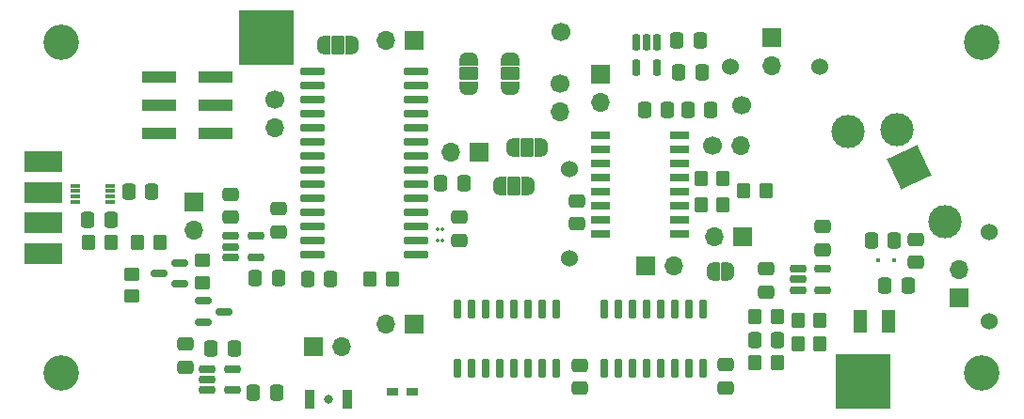
<source format=gts>
%TF.GenerationSoftware,KiCad,Pcbnew,(6.0.4-0)*%
%TF.CreationDate,2022-05-03T21:37:01-04:00*%
%TF.ProjectId,NanoFox80,4e616e6f-466f-4783-9830-2e6b69636164,rev?*%
%TF.SameCoordinates,Original*%
%TF.FileFunction,Soldermask,Top*%
%TF.FilePolarity,Negative*%
%FSLAX46Y46*%
G04 Gerber Fmt 4.6, Leading zero omitted, Abs format (unit mm)*
G04 Created by KiCad (PCBNEW (6.0.4-0)) date 2022-05-03 21:37:01*
%MOMM*%
%LPD*%
G01*
G04 APERTURE LIST*
G04 Aperture macros list*
%AMRoundRect*
0 Rectangle with rounded corners*
0 $1 Rounding radius*
0 $2 $3 $4 $5 $6 $7 $8 $9 X,Y pos of 4 corners*
0 Add a 4 corners polygon primitive as box body*
4,1,4,$2,$3,$4,$5,$6,$7,$8,$9,$2,$3,0*
0 Add four circle primitives for the rounded corners*
1,1,$1+$1,$2,$3*
1,1,$1+$1,$4,$5*
1,1,$1+$1,$6,$7*
1,1,$1+$1,$8,$9*
0 Add four rect primitives between the rounded corners*
20,1,$1+$1,$2,$3,$4,$5,0*
20,1,$1+$1,$4,$5,$6,$7,0*
20,1,$1+$1,$6,$7,$8,$9,0*
20,1,$1+$1,$8,$9,$2,$3,0*%
%AMRotRect*
0 Rectangle, with rotation*
0 The origin of the aperture is its center*
0 $1 length*
0 $2 width*
0 $3 Rotation angle, in degrees counterclockwise*
0 Add horizontal line*
21,1,$1,$2,0,0,$3*%
%AMFreePoly0*
4,1,37,0.599497,0.799497,0.620000,0.750000,0.620000,-0.750000,0.599497,-0.799497,0.550000,-0.820000,0.000000,-0.820000,-0.012517,-0.814815,-0.081224,-0.813556,-0.100815,-0.810383,-0.236130,-0.768108,-0.254045,-0.759563,-0.372055,-0.681008,-0.386850,-0.667780,-0.478070,-0.559261,-0.488558,-0.542411,-0.545653,-0.412652,-0.550990,-0.393536,-0.568573,-0.259076,-0.566360,-0.258787,-0.570000,-0.250000,
-0.570000,0.250000,-0.569316,0.251652,-0.569130,0.266879,-0.547319,0.406956,-0.541516,0.425935,-0.481268,0.554260,-0.470371,0.570849,-0.376527,0.677107,-0.361413,0.689970,-0.241518,0.765618,-0.223401,0.773722,-0.087094,0.812679,-0.067430,0.815373,-0.011989,0.815034,0.000000,0.820000,0.550000,0.820000,0.599497,0.799497,0.599497,0.799497,$1*%
%AMFreePoly1*
4,1,37,0.012348,0.814885,0.074332,0.814507,0.093962,0.811573,0.229783,0.770954,0.247799,0.762629,0.366761,0.685522,0.381718,0.672475,0.474256,0.565078,0.484948,0.548358,0.543625,0.419306,0.549196,0.400256,0.569293,0.259923,0.570000,0.250000,0.570000,-0.250000,0.569995,-0.250854,0.569846,-0.263070,0.568881,-0.273830,0.545361,-0.413631,0.539327,-0.432538,0.477515,-0.560117,
0.466416,-0.576571,0.371281,-0.681675,0.356011,-0.694353,0.235201,-0.768530,0.216986,-0.776412,0.080213,-0.813701,0.060518,-0.816154,0.011456,-0.815255,0.000000,-0.820000,-0.550000,-0.820000,-0.599497,-0.799497,-0.620000,-0.750000,-0.620000,0.750000,-0.599497,0.799497,-0.550000,0.820000,0.000000,0.820000,0.012348,0.814885,0.012348,0.814885,$1*%
%AMFreePoly2*
4,1,37,0.549497,0.799497,0.570000,0.750000,0.570000,-0.750000,0.549497,-0.799497,0.500000,-0.820000,0.000000,-0.820000,-0.012517,-0.814815,-0.081224,-0.813556,-0.100815,-0.810383,-0.236130,-0.768108,-0.254045,-0.759563,-0.372055,-0.681008,-0.386850,-0.667780,-0.478070,-0.559261,-0.488558,-0.542411,-0.545653,-0.412652,-0.550990,-0.393536,-0.568573,-0.259076,-0.566360,-0.258787,-0.570000,-0.250000,
-0.570000,0.250000,-0.569316,0.251652,-0.569130,0.266879,-0.547319,0.406956,-0.541516,0.425935,-0.481268,0.554260,-0.470371,0.570849,-0.376527,0.677107,-0.361413,0.689970,-0.241518,0.765618,-0.223401,0.773722,-0.087094,0.812679,-0.067430,0.815373,-0.011989,0.815034,0.000000,0.820000,0.500000,0.820000,0.549497,0.799497,0.549497,0.799497,$1*%
%AMFreePoly3*
4,1,37,0.012348,0.814885,0.074332,0.814507,0.093962,0.811573,0.229783,0.770954,0.247799,0.762629,0.366761,0.685522,0.381718,0.672475,0.474256,0.565078,0.484948,0.548358,0.543625,0.419306,0.549196,0.400256,0.569293,0.259923,0.570000,0.250000,0.570000,-0.250000,0.569995,-0.250854,0.569846,-0.263070,0.568881,-0.273830,0.545361,-0.413631,0.539327,-0.432538,0.477515,-0.560117,
0.466416,-0.576571,0.371281,-0.681675,0.356011,-0.694353,0.235201,-0.768530,0.216986,-0.776412,0.080213,-0.813701,0.060518,-0.816154,0.011456,-0.815255,0.000000,-0.820000,-0.500000,-0.820000,-0.549497,-0.799497,-0.570000,-0.750000,-0.570000,0.750000,-0.549497,0.799497,-0.500000,0.820000,0.000000,0.820000,0.012348,0.814885,0.012348,0.814885,$1*%
G04 Aperture macros list end*
%ADD10RoundRect,0.150000X0.587500X0.150000X-0.587500X0.150000X-0.587500X-0.150000X0.587500X-0.150000X0*%
%ADD11RoundRect,0.220000X-0.500000X-0.150000X0.500000X-0.150000X0.500000X0.150000X-0.500000X0.150000X0*%
%ADD12FreePoly0,0.000000*%
%ADD13RoundRect,0.070000X-0.500000X-0.750000X0.500000X-0.750000X0.500000X0.750000X-0.500000X0.750000X0*%
%ADD14FreePoly1,0.000000*%
%ADD15C,1.700000*%
%ADD16O,1.700000X1.700000*%
%ADD17RoundRect,0.250000X0.475000X-0.337500X0.475000X0.337500X-0.475000X0.337500X-0.475000X-0.337500X0*%
%ADD18FreePoly0,90.000000*%
%ADD19RoundRect,0.070000X0.750000X-0.500000X0.750000X0.500000X-0.750000X0.500000X-0.750000X-0.500000X0*%
%ADD20FreePoly1,90.000000*%
%ADD21RoundRect,0.250000X-0.475000X0.337500X-0.475000X-0.337500X0.475000X-0.337500X0.475000X0.337500X0*%
%ADD22RoundRect,0.220000X-0.150000X0.512500X-0.150000X-0.512500X0.150000X-0.512500X0.150000X0.512500X0*%
%ADD23RoundRect,0.220000X-0.512500X-0.150000X0.512500X-0.150000X0.512500X0.150000X-0.512500X0.150000X0*%
%ADD24R,1.700000X1.700000*%
%ADD25RoundRect,0.250000X0.450000X-0.350000X0.450000X0.350000X-0.450000X0.350000X-0.450000X-0.350000X0*%
%ADD26RoundRect,0.250000X-0.337500X-0.475000X0.337500X-0.475000X0.337500X0.475000X-0.337500X0.475000X0*%
%ADD27FreePoly0,270.000000*%
%ADD28RoundRect,0.070000X-0.750000X0.500000X-0.750000X-0.500000X0.750000X-0.500000X0.750000X0.500000X0*%
%ADD29FreePoly1,270.000000*%
%ADD30R,5.000000X5.000000*%
%ADD31RoundRect,0.250000X0.350000X0.450000X-0.350000X0.450000X-0.350000X-0.450000X0.350000X-0.450000X0*%
%ADD32C,1.524000*%
%ADD33C,0.600000*%
%ADD34R,1.250000X2.000000*%
%ADD35FreePoly2,0.000000*%
%ADD36FreePoly3,0.000000*%
%ADD37C,0.800000*%
%ADD38R,0.900000X1.700000*%
%ADD39RoundRect,0.220000X-0.875000X-0.150000X0.875000X-0.150000X0.875000X0.150000X-0.875000X0.150000X0*%
%ADD40RoundRect,0.220000X-0.150000X0.625000X-0.150000X-0.625000X0.150000X-0.625000X0.150000X0.625000X0*%
%ADD41RoundRect,0.250000X0.337500X0.475000X-0.337500X0.475000X-0.337500X-0.475000X0.337500X-0.475000X0*%
%ADD42RoundRect,0.250000X-0.350000X-0.450000X0.350000X-0.450000X0.350000X0.450000X-0.350000X0.450000X0*%
%ADD43C,3.200000*%
%ADD44R,0.350000X0.350000*%
%ADD45RoundRect,0.070000X0.375000X0.125000X-0.375000X0.125000X-0.375000X-0.125000X0.375000X-0.125000X0*%
%ADD46RoundRect,0.150000X-0.587500X-0.150000X0.587500X-0.150000X0.587500X0.150000X-0.587500X0.150000X0*%
%ADD47R,1.000000X0.800000*%
%ADD48C,0.350000*%
%ADD49RoundRect,0.070000X-0.750000X-0.300000X0.750000X-0.300000X0.750000X0.300000X-0.750000X0.300000X0*%
%ADD50R,3.150000X1.000000*%
%ADD51C,3.000000*%
%ADD52RotRect,3.000000X3.000000X25.000000*%
%ADD53R,3.480000X1.846667*%
G04 APERTURE END LIST*
D10*
%TO.C,Q101*%
X94217500Y-81390000D03*
X94217500Y-79490000D03*
X92342500Y-80440000D03*
%TD*%
D11*
%TO.C,U103*%
X152098000Y-80020000D03*
X152098000Y-81920000D03*
X149897000Y-81920000D03*
X149897000Y-80970000D03*
X149897000Y-80020000D03*
%TD*%
D12*
%TO.C,JP102*%
X123000000Y-72580000D03*
D13*
X124300000Y-72580000D03*
D14*
X125600000Y-72580000D03*
%TD*%
D15*
%TO.C,J107*%
X142170000Y-68880000D03*
D16*
X144710000Y-68880000D03*
%TD*%
D17*
%TO.C,C116*%
X130260000Y-90787500D03*
X130260000Y-88712500D03*
%TD*%
D18*
%TO.C,JP105*%
X123920000Y-63730000D03*
D19*
X123920000Y-62430000D03*
D20*
X123920000Y-61130000D03*
%TD*%
D21*
%TO.C,C103*%
X98830000Y-73272500D03*
X98830000Y-75347500D03*
%TD*%
%TO.C,C114*%
X129970000Y-73872500D03*
X129970000Y-75947500D03*
%TD*%
D22*
%TO.C,U101*%
X137160000Y-59632500D03*
X136210000Y-59632500D03*
X135260000Y-59632500D03*
X135260000Y-61907500D03*
X137160000Y-61907500D03*
%TD*%
D23*
%TO.C,U108*%
X96722500Y-89030000D03*
X96722500Y-89980000D03*
X96722500Y-90930000D03*
X98997500Y-90930000D03*
X98997500Y-89030000D03*
%TD*%
D24*
%TO.C,J109*%
X115300000Y-59435000D03*
D16*
X112760000Y-59435000D03*
%TD*%
D25*
%TO.C,R109*%
X96290000Y-81250000D03*
X96290000Y-79250000D03*
%TD*%
D26*
%TO.C,C122*%
X89642500Y-73040000D03*
X91717500Y-73040000D03*
%TD*%
D27*
%TO.C,JP104*%
X120190000Y-61130000D03*
D28*
X120190000Y-62430000D03*
D29*
X120190000Y-63730000D03*
%TD*%
D30*
%TO.C,W308*%
X102020000Y-59187500D03*
%TD*%
D24*
%TO.C,BT101*%
X95510000Y-74030000D03*
D16*
X95510000Y-76570000D03*
%TD*%
D12*
%TO.C,JP103*%
X124180000Y-69110000D03*
D13*
X125480000Y-69110000D03*
D14*
X126780000Y-69110000D03*
%TD*%
D31*
%TO.C,R104*%
X143110000Y-71890000D03*
X141110000Y-71890000D03*
%TD*%
D32*
%TO.C,W103*%
X129320000Y-71060000D03*
D33*
X129320000Y-71060000D03*
X129320000Y-79060000D03*
D32*
X129320000Y-79060000D03*
%TD*%
D12*
%TO.C,JP101*%
X107150000Y-59830000D03*
D13*
X108450000Y-59830000D03*
D14*
X109750000Y-59830000D03*
%TD*%
D26*
%TO.C,C120*%
X100870000Y-91160000D03*
X102945000Y-91160000D03*
%TD*%
D34*
%TO.C,FB101*%
X158015000Y-84740000D03*
X155465000Y-84740000D03*
%TD*%
D35*
%TO.C,JP106*%
X142230000Y-80240000D03*
D36*
X143530000Y-80240000D03*
%TD*%
D37*
%TO.C,SW101*%
X107620000Y-91780000D03*
D38*
X109320000Y-91780000D03*
X105920000Y-91780000D03*
%TD*%
D39*
%TO.C,U105*%
X106170000Y-62235000D03*
X106170000Y-63505000D03*
X106170000Y-64775000D03*
X106170000Y-66045000D03*
X106170000Y-67315000D03*
X106170000Y-68585000D03*
X106170000Y-69855000D03*
X106170000Y-71125000D03*
X106170000Y-72395000D03*
X106170000Y-73665000D03*
X106170000Y-74935000D03*
X106170000Y-76205000D03*
X106170000Y-77475000D03*
X106170000Y-78745000D03*
X115470000Y-78745000D03*
X115470000Y-77475000D03*
X115470000Y-76205000D03*
X115470000Y-74935000D03*
X115470000Y-73665000D03*
X115470000Y-72395000D03*
X115470000Y-71125000D03*
X115470000Y-69855000D03*
X115470000Y-68585000D03*
X115470000Y-67315000D03*
X115470000Y-66045000D03*
X115470000Y-64775000D03*
X115470000Y-63505000D03*
X115470000Y-62235000D03*
%TD*%
D26*
%TO.C,C109*%
X136050000Y-65700000D03*
X138125000Y-65700000D03*
%TD*%
D40*
%TO.C,U107*%
X128065000Y-83645000D03*
X126795000Y-83645000D03*
X125525000Y-83645000D03*
X124255000Y-83645000D03*
X122985000Y-83645000D03*
X121715000Y-83645000D03*
X120445000Y-83645000D03*
X119175000Y-83645000D03*
X119175000Y-88995000D03*
X120445000Y-88995000D03*
X121715000Y-88995000D03*
X122985000Y-88995000D03*
X124255000Y-88995000D03*
X125525000Y-88995000D03*
X126795000Y-88995000D03*
X128065000Y-88995000D03*
%TD*%
D24*
%TO.C,J106*%
X144900000Y-77130000D03*
D16*
X142360000Y-77130000D03*
%TD*%
D15*
%TO.C,J110*%
X102800000Y-64785000D03*
D16*
X102800000Y-67325000D03*
%TD*%
D15*
%TO.C,J104*%
X128410000Y-63310000D03*
D16*
X128410000Y-65850000D03*
%TD*%
D41*
%TO.C,C113*%
X119797500Y-72310000D03*
X117722500Y-72310000D03*
%TD*%
D42*
%TO.C,R108*%
X111370000Y-80900000D03*
X113370000Y-80900000D03*
%TD*%
D41*
%TO.C,C102*%
X141207500Y-62290000D03*
X139132500Y-62290000D03*
%TD*%
D25*
%TO.C,R111*%
X89920000Y-82480000D03*
X89920000Y-80480000D03*
%TD*%
D26*
%TO.C,C107*%
X101012500Y-80860000D03*
X103087500Y-80860000D03*
%TD*%
D43*
%TO.C,REF\u002A\u002A*%
X166400000Y-59600000D03*
%TD*%
D24*
%TO.C,AE101*%
X164310000Y-82635000D03*
D16*
X164310000Y-80095000D03*
%TD*%
D32*
%TO.C,W102*%
X167010000Y-76730000D03*
D33*
X167010000Y-76730000D03*
X167010000Y-84730000D03*
D32*
X167010000Y-84730000D03*
%TD*%
D44*
%TO.C,D102*%
X157035000Y-79270000D03*
X158485000Y-79270000D03*
%TD*%
D42*
%TO.C,R101*%
X145997500Y-88500000D03*
X147997500Y-88500000D03*
%TD*%
D26*
%TO.C,C112*%
X105732500Y-80910000D03*
X107807500Y-80910000D03*
%TD*%
D21*
%TO.C,C118*%
X94770000Y-86812500D03*
X94770000Y-88887500D03*
%TD*%
D26*
%TO.C,C119*%
X97072500Y-87210000D03*
X99147500Y-87210000D03*
%TD*%
D42*
%TO.C,R103*%
X149827500Y-86760000D03*
X151827500Y-86760000D03*
%TD*%
D43*
%TO.C,REF\u002A\u002A*%
X166400000Y-89400000D03*
%TD*%
D21*
%TO.C,C111*%
X152040000Y-76232500D03*
X152040000Y-78307500D03*
%TD*%
D24*
%TO.C,J112*%
X106280000Y-87060000D03*
D16*
X108820000Y-87060000D03*
%TD*%
D15*
%TO.C,J108*%
X144770000Y-65310000D03*
%TD*%
D45*
%TO.C,U109*%
X87940000Y-74010000D03*
X87940000Y-73510000D03*
X87940000Y-73010000D03*
X87940000Y-72510000D03*
X84840000Y-72510000D03*
X84840000Y-73010000D03*
X84840000Y-73510000D03*
X84840000Y-74010000D03*
%TD*%
D42*
%TO.C,R105*%
X141120000Y-74280000D03*
X143120000Y-74280000D03*
%TD*%
%TO.C,R110*%
X90460000Y-77650000D03*
X92460000Y-77650000D03*
%TD*%
D46*
%TO.C,Q102*%
X96312500Y-82910000D03*
X96312500Y-84810000D03*
X98187500Y-83860000D03*
%TD*%
D47*
%TO.C,D101*%
X115160000Y-91130000D03*
X113360000Y-91130000D03*
%TD*%
D32*
%TO.C,W101*%
X143800000Y-61790000D03*
D33*
X143800000Y-61790000D03*
X151800000Y-61790000D03*
D32*
X151800000Y-61790000D03*
%TD*%
D26*
%TO.C,C108*%
X145940000Y-86420000D03*
X148015000Y-86420000D03*
%TD*%
D30*
%TO.C,W308*%
X155690000Y-90147500D03*
%TD*%
D21*
%TO.C,C115*%
X146980000Y-80042500D03*
X146980000Y-82117500D03*
%TD*%
D41*
%TO.C,C105*%
X158517500Y-77470000D03*
X156442500Y-77470000D03*
%TD*%
D48*
%TO.C,X101*%
X117405000Y-76442500D03*
X117405000Y-77442500D03*
X117825000Y-77442500D03*
X117825000Y-76442500D03*
%TD*%
D41*
%TO.C,C106*%
X159737500Y-81510000D03*
X157662500Y-81510000D03*
%TD*%
D42*
%TO.C,R107*%
X144990000Y-72990000D03*
X146990000Y-72990000D03*
%TD*%
D49*
%TO.C,U104*%
X132060000Y-67955000D03*
X132060000Y-69225000D03*
X132060000Y-70495000D03*
X132060000Y-71765000D03*
X132060000Y-73035000D03*
X132060000Y-74305000D03*
X132060000Y-75575000D03*
X132060000Y-76845000D03*
X139160000Y-76845000D03*
X139160000Y-75575000D03*
X139160000Y-74305000D03*
X139160000Y-73035000D03*
X139160000Y-71765000D03*
X139160000Y-70495000D03*
X139160000Y-69225000D03*
X139160000Y-67955000D03*
%TD*%
D24*
%TO.C,J113*%
X115360000Y-85005000D03*
D16*
X112820000Y-85005000D03*
%TD*%
D17*
%TO.C,C117*%
X143380000Y-90747500D03*
X143380000Y-88672500D03*
%TD*%
D21*
%TO.C,C104*%
X103100000Y-74622500D03*
X103100000Y-76697500D03*
%TD*%
D24*
%TO.C,J114*%
X136140000Y-79755000D03*
D16*
X138680000Y-79755000D03*
%TD*%
D41*
%TO.C,C123*%
X88037500Y-75640000D03*
X85962500Y-75640000D03*
%TD*%
D21*
%TO.C,C121*%
X119350000Y-75375000D03*
X119350000Y-77450000D03*
%TD*%
D41*
%TO.C,C110*%
X142015000Y-65730000D03*
X139940000Y-65730000D03*
%TD*%
D42*
%TO.C,R102*%
X145997500Y-84300000D03*
X147997500Y-84300000D03*
%TD*%
%TO.C,R106*%
X149827500Y-84680000D03*
X151827500Y-84680000D03*
%TD*%
D15*
%TO.C,J103*%
X128500000Y-58640000D03*
%TD*%
D21*
%TO.C,C105*%
X160450000Y-77362500D03*
X160450000Y-79437500D03*
%TD*%
D43*
%TO.C,REF\u002A\u002A*%
X83600000Y-89400000D03*
%TD*%
D24*
%TO.C,J115*%
X121190000Y-69475000D03*
D16*
X118650000Y-69475000D03*
%TD*%
D40*
%TO.C,U106*%
X141305000Y-83655000D03*
X140035000Y-83655000D03*
X138765000Y-83655000D03*
X137495000Y-83655000D03*
X136225000Y-83655000D03*
X134955000Y-83655000D03*
X133685000Y-83655000D03*
X132415000Y-83655000D03*
X132415000Y-89005000D03*
X133685000Y-89005000D03*
X134955000Y-89005000D03*
X136225000Y-89005000D03*
X137495000Y-89005000D03*
X138765000Y-89005000D03*
X140035000Y-89005000D03*
X141305000Y-89005000D03*
%TD*%
D24*
%TO.C,J101*%
X147460000Y-59140000D03*
D16*
X147460000Y-61680000D03*
%TD*%
D31*
%TO.C,R112*%
X88050000Y-77650000D03*
X86050000Y-77650000D03*
%TD*%
D23*
%TO.C,U102*%
X98822500Y-77070000D03*
X98822500Y-78020000D03*
X98822500Y-78970000D03*
X101097500Y-78970000D03*
X101097500Y-77070000D03*
%TD*%
D43*
%TO.C,REF\u002A\u002A*%
X83600000Y-59600000D03*
%TD*%
D24*
%TO.C,J105*%
X132085000Y-62490000D03*
D16*
X132085000Y-65030000D03*
%TD*%
D41*
%TO.C,C101*%
X141057500Y-59460000D03*
X138982500Y-59460000D03*
%TD*%
D50*
%TO.C,P101*%
X97450000Y-67780000D03*
X92400000Y-67780000D03*
X97450000Y-65240000D03*
X92400000Y-65240000D03*
X97450000Y-62700000D03*
X92400000Y-62700000D03*
%TD*%
D51*
%TO.C,L101*%
X163040000Y-75740000D03*
X154380000Y-67620000D03*
X158790000Y-67460000D03*
D52*
X159870000Y-70820000D03*
%TD*%
D53*
%TO.C,J111*%
X82000000Y-70345000D03*
X82000000Y-73115000D03*
X82000000Y-75885000D03*
X82000000Y-78655000D03*
%TD*%
M02*

</source>
